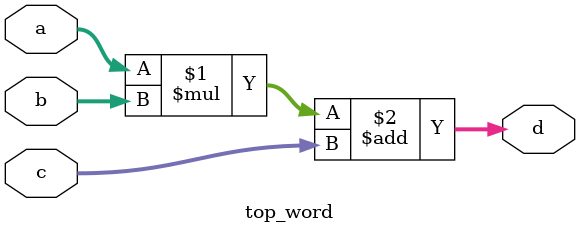
<source format=v>
module top_word(a, b, c, d);
input signed [3:0] a, b, c;
output signed [3:0] d;

assign d = a * b + c;

endmodule

</source>
